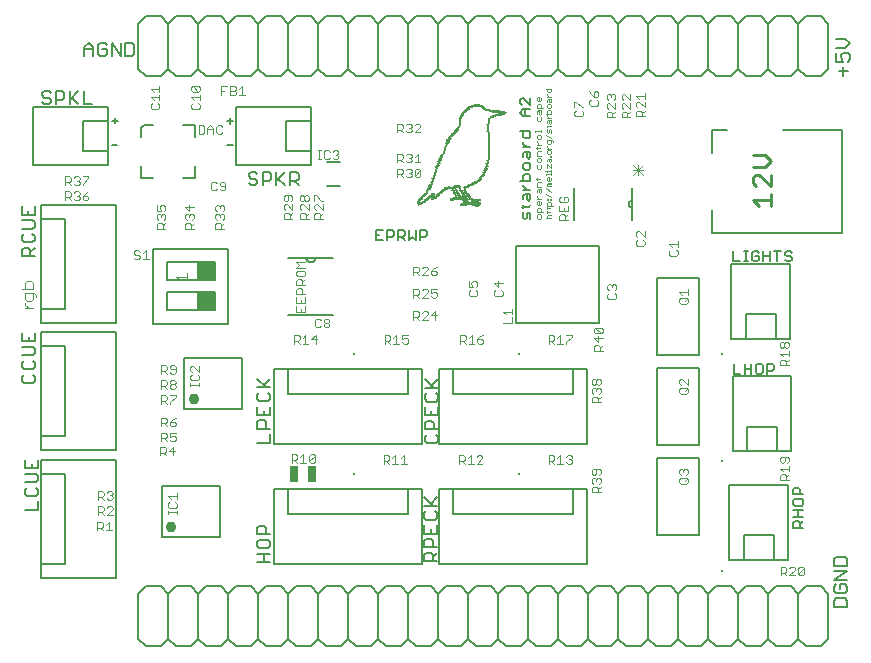
<source format=gto>
G75*
%MOIN*%
%OFA0B0*%
%FSLAX24Y24*%
%IPPOS*%
%LPD*%
%AMOC8*
5,1,8,0,0,1.08239X$1,22.5*
%
%ADD10C,0.0030*%
%ADD11R,0.0124X0.0025*%
%ADD12R,0.0100X0.0025*%
%ADD13R,0.0174X0.0025*%
%ADD14R,0.0024X0.0025*%
%ADD15R,0.0225X0.0025*%
%ADD16R,0.0299X0.0025*%
%ADD17R,0.0125X0.0025*%
%ADD18R,0.0700X0.0025*%
%ADD19R,0.0675X0.0025*%
%ADD20R,0.0250X0.0025*%
%ADD21R,0.0625X0.0025*%
%ADD22R,0.0099X0.0025*%
%ADD23R,0.0175X0.0025*%
%ADD24R,0.0126X0.0025*%
%ADD25R,0.0224X0.0025*%
%ADD26R,0.0149X0.0025*%
%ADD27R,0.0201X0.0025*%
%ADD28R,0.0249X0.0025*%
%ADD29R,0.0150X0.0025*%
%ADD30R,0.0226X0.0025*%
%ADD31R,0.0324X0.0025*%
%ADD32R,0.0301X0.0025*%
%ADD33R,0.0349X0.0025*%
%ADD34R,0.0600X0.0025*%
%ADD35R,0.0374X0.0025*%
%ADD36R,0.0101X0.0025*%
%ADD37R,0.0575X0.0025*%
%ADD38R,0.0325X0.0025*%
%ADD39R,0.0499X0.0025*%
%ADD40R,0.0075X0.0025*%
%ADD41R,0.0274X0.0025*%
%ADD42R,0.0176X0.0025*%
%ADD43R,0.0251X0.0025*%
%ADD44R,0.0199X0.0025*%
%ADD45R,0.0200X0.0025*%
%ADD46R,0.0151X0.0025*%
%ADD47R,0.0074X0.0025*%
%ADD48R,0.0076X0.0025*%
%ADD49R,0.0424X0.0025*%
%ADD50R,0.0475X0.0025*%
%ADD51R,0.0050X0.0025*%
%ADD52R,0.0474X0.0025*%
%ADD53R,0.0524X0.0025*%
%ADD54R,0.0500X0.0025*%
%ADD55C,0.0050*%
%ADD56C,0.0060*%
%ADD57C,0.0020*%
%ADD58C,0.0080*%
%ADD59C,0.0362*%
%ADD60C,0.0110*%
%ADD61R,0.0256X0.0551*%
%ADD62R,0.0098X0.0098*%
%ADD63R,0.0600X0.0600*%
D10*
X002848Y004613D02*
X002848Y004903D01*
X002993Y004903D01*
X003041Y004854D01*
X003041Y004758D01*
X002993Y004709D01*
X002848Y004709D01*
X002944Y004709D02*
X003041Y004613D01*
X003142Y004613D02*
X003336Y004613D01*
X003239Y004613D02*
X003239Y004903D01*
X003142Y004806D01*
X003160Y005133D02*
X003353Y005326D01*
X003353Y005374D01*
X003305Y005423D01*
X003208Y005423D01*
X003160Y005374D01*
X003058Y005374D02*
X003058Y005278D01*
X003010Y005229D01*
X002865Y005229D01*
X002865Y005133D02*
X002865Y005423D01*
X003010Y005423D01*
X003058Y005374D01*
X002962Y005229D02*
X003058Y005133D01*
X003160Y005133D02*
X003353Y005133D01*
X003305Y005633D02*
X003208Y005633D01*
X003160Y005681D01*
X003058Y005633D02*
X002962Y005729D01*
X003010Y005729D02*
X002865Y005729D01*
X002865Y005633D02*
X002865Y005923D01*
X003010Y005923D01*
X003058Y005874D01*
X003058Y005778D01*
X003010Y005729D01*
X003160Y005874D02*
X003208Y005923D01*
X003305Y005923D01*
X003353Y005874D01*
X003353Y005826D01*
X003305Y005778D01*
X003353Y005729D01*
X003353Y005681D01*
X003305Y005633D01*
X003305Y005778D02*
X003256Y005778D01*
X005193Y005751D02*
X005483Y005751D01*
X005483Y005655D02*
X005483Y005848D01*
X005290Y005655D02*
X005193Y005751D01*
X005242Y005553D02*
X005193Y005505D01*
X005193Y005408D01*
X005242Y005360D01*
X005435Y005360D01*
X005483Y005408D01*
X005483Y005505D01*
X005435Y005553D01*
X005483Y005260D02*
X005483Y005163D01*
X005483Y005212D02*
X005193Y005212D01*
X005193Y005260D02*
X005193Y005163D01*
X005133Y007110D02*
X005037Y007207D01*
X005085Y007207D02*
X004940Y007207D01*
X004940Y007110D02*
X004940Y007400D01*
X005085Y007400D01*
X005133Y007352D01*
X005133Y007255D01*
X005085Y007207D01*
X005235Y007255D02*
X005380Y007400D01*
X005380Y007110D01*
X005428Y007255D02*
X005235Y007255D01*
X005308Y007583D02*
X005260Y007631D01*
X005308Y007583D02*
X005405Y007583D01*
X005453Y007631D01*
X005453Y007728D01*
X005405Y007776D01*
X005356Y007776D01*
X005260Y007728D01*
X005260Y007873D01*
X005453Y007873D01*
X005405Y008083D02*
X005453Y008131D01*
X005453Y008179D01*
X005405Y008228D01*
X005260Y008228D01*
X005260Y008131D01*
X005308Y008083D01*
X005405Y008083D01*
X005260Y008228D02*
X005356Y008324D01*
X005453Y008373D01*
X005158Y008324D02*
X005158Y008228D01*
X005110Y008179D01*
X004965Y008179D01*
X004965Y008083D02*
X004965Y008373D01*
X005110Y008373D01*
X005158Y008324D01*
X005062Y008179D02*
X005158Y008083D01*
X005110Y007873D02*
X005158Y007824D01*
X005158Y007728D01*
X005110Y007679D01*
X004965Y007679D01*
X004965Y007583D02*
X004965Y007873D01*
X005110Y007873D01*
X005062Y007679D02*
X005158Y007583D01*
X005158Y008833D02*
X005062Y008929D01*
X005110Y008929D02*
X004965Y008929D01*
X004965Y008833D02*
X004965Y009123D01*
X005110Y009123D01*
X005158Y009074D01*
X005158Y008978D01*
X005110Y008929D01*
X005260Y008881D02*
X005260Y008833D01*
X005260Y008881D02*
X005453Y009074D01*
X005453Y009123D01*
X005260Y009123D01*
X005308Y009333D02*
X005260Y009381D01*
X005260Y009429D01*
X005308Y009478D01*
X005405Y009478D01*
X005453Y009429D01*
X005453Y009381D01*
X005405Y009333D01*
X005308Y009333D01*
X005308Y009478D02*
X005260Y009526D01*
X005260Y009574D01*
X005308Y009623D01*
X005405Y009623D01*
X005453Y009574D01*
X005453Y009526D01*
X005405Y009478D01*
X005158Y009478D02*
X005158Y009574D01*
X005110Y009623D01*
X004965Y009623D01*
X004965Y009333D01*
X004965Y009429D02*
X005110Y009429D01*
X005158Y009478D01*
X005062Y009429D02*
X005158Y009333D01*
X005158Y009833D02*
X005062Y009929D01*
X005110Y009929D02*
X004965Y009929D01*
X004965Y009833D02*
X004965Y010123D01*
X005110Y010123D01*
X005158Y010074D01*
X005158Y009978D01*
X005110Y009929D01*
X005260Y009881D02*
X005308Y009833D01*
X005405Y009833D01*
X005453Y009881D01*
X005453Y010074D01*
X005405Y010123D01*
X005308Y010123D01*
X005260Y010074D01*
X005260Y010026D01*
X005308Y009978D01*
X005453Y009978D01*
X005943Y009953D02*
X005992Y009905D01*
X005943Y009953D02*
X005943Y010050D01*
X005992Y010098D01*
X006040Y010098D01*
X006233Y009905D01*
X006233Y010098D01*
X006185Y009803D02*
X006233Y009755D01*
X006233Y009658D01*
X006185Y009610D01*
X005992Y009610D01*
X005943Y009658D01*
X005943Y009755D01*
X005992Y009803D01*
X005943Y009510D02*
X005943Y009413D01*
X005943Y009462D02*
X006233Y009462D01*
X006233Y009510D02*
X006233Y009413D01*
X009389Y010840D02*
X009389Y011130D01*
X009534Y011130D01*
X009582Y011082D01*
X009582Y010985D01*
X009534Y010937D01*
X009389Y010937D01*
X009485Y010937D02*
X009582Y010840D01*
X009683Y010840D02*
X009877Y010840D01*
X009780Y010840D02*
X009780Y011130D01*
X009683Y011033D01*
X009978Y010985D02*
X010171Y010985D01*
X010123Y010840D02*
X010123Y011130D01*
X009978Y010985D01*
X010137Y011380D02*
X010233Y011380D01*
X010282Y011428D01*
X010383Y011428D02*
X010383Y011477D01*
X010431Y011525D01*
X010528Y011525D01*
X010576Y011477D01*
X010576Y011428D01*
X010528Y011380D01*
X010431Y011380D01*
X010383Y011428D01*
X010431Y011525D02*
X010383Y011573D01*
X010383Y011622D01*
X010431Y011670D01*
X010528Y011670D01*
X010576Y011622D01*
X010576Y011573D01*
X010528Y011525D01*
X010282Y011622D02*
X010233Y011670D01*
X010137Y011670D01*
X010088Y011622D01*
X010088Y011428D01*
X010137Y011380D01*
X009770Y011903D02*
X009480Y011903D01*
X009480Y012096D01*
X009480Y012197D02*
X009770Y012197D01*
X009770Y012391D01*
X009770Y012492D02*
X009480Y012492D01*
X009480Y012637D01*
X009528Y012685D01*
X009625Y012685D01*
X009673Y012637D01*
X009673Y012492D01*
X009625Y012294D02*
X009625Y012197D01*
X009480Y012197D02*
X009480Y012391D01*
X009480Y012786D02*
X009480Y012932D01*
X009528Y012980D01*
X009625Y012980D01*
X009673Y012932D01*
X009673Y012786D01*
X009770Y012786D02*
X009480Y012786D01*
X009673Y012883D02*
X009770Y012980D01*
X009722Y013081D02*
X009528Y013081D01*
X009480Y013129D01*
X009480Y013226D01*
X009528Y013275D01*
X009722Y013275D01*
X009770Y013226D01*
X009770Y013129D01*
X009722Y013081D01*
X009770Y013376D02*
X009480Y013376D01*
X009577Y013473D01*
X009480Y013569D01*
X009770Y013569D01*
X009791Y015001D02*
X009791Y015146D01*
X009742Y015195D01*
X009646Y015195D01*
X009597Y015146D01*
X009597Y015001D01*
X009888Y015001D01*
X009791Y015098D02*
X009888Y015195D01*
X009888Y015296D02*
X009694Y015489D01*
X009646Y015489D01*
X009597Y015441D01*
X009597Y015344D01*
X009646Y015296D01*
X009888Y015296D02*
X009888Y015489D01*
X009839Y015590D02*
X009791Y015590D01*
X009742Y015639D01*
X009742Y015735D01*
X009791Y015784D01*
X009839Y015784D01*
X009888Y015735D01*
X009888Y015639D01*
X009839Y015590D01*
X009742Y015639D02*
X009694Y015590D01*
X009646Y015590D01*
X009597Y015639D01*
X009597Y015735D01*
X009646Y015784D01*
X009694Y015784D01*
X009742Y015735D01*
X010070Y015784D02*
X010070Y015590D01*
X010118Y015489D02*
X010070Y015441D01*
X010070Y015344D01*
X010118Y015296D01*
X010118Y015195D02*
X010215Y015195D01*
X010263Y015146D01*
X010263Y015001D01*
X010263Y015098D02*
X010360Y015195D01*
X010360Y015296D02*
X010167Y015489D01*
X010118Y015489D01*
X010312Y015590D02*
X010360Y015590D01*
X010312Y015590D02*
X010118Y015784D01*
X010070Y015784D01*
X010360Y015489D02*
X010360Y015296D01*
X010118Y015195D02*
X010070Y015146D01*
X010070Y015001D01*
X010360Y015001D01*
X009348Y015001D02*
X009057Y015001D01*
X009057Y015146D01*
X009106Y015195D01*
X009202Y015195D01*
X009251Y015146D01*
X009251Y015001D01*
X009251Y015098D02*
X009348Y015195D01*
X009348Y015296D02*
X009154Y015489D01*
X009106Y015489D01*
X009057Y015441D01*
X009057Y015344D01*
X009106Y015296D01*
X009348Y015296D02*
X009348Y015489D01*
X009299Y015590D02*
X009348Y015639D01*
X009348Y015735D01*
X009299Y015784D01*
X009106Y015784D01*
X009057Y015735D01*
X009057Y015639D01*
X009106Y015590D01*
X009154Y015590D01*
X009202Y015639D01*
X009202Y015784D01*
X010194Y016993D02*
X010291Y016993D01*
X010243Y016993D02*
X010243Y017283D01*
X010291Y017283D02*
X010194Y017283D01*
X010391Y017234D02*
X010391Y017041D01*
X010439Y016993D01*
X010536Y016993D01*
X010584Y017041D01*
X010685Y017041D02*
X010734Y016993D01*
X010830Y016993D01*
X010879Y017041D01*
X010879Y017089D01*
X010830Y017138D01*
X010782Y017138D01*
X010830Y017138D02*
X010879Y017186D01*
X010879Y017234D01*
X010830Y017283D01*
X010734Y017283D01*
X010685Y017234D01*
X010584Y017234D02*
X010536Y017283D01*
X010439Y017283D01*
X010391Y017234D01*
X012831Y017168D02*
X012831Y016878D01*
X012831Y016974D02*
X012976Y016974D01*
X013025Y017023D01*
X013025Y017119D01*
X012976Y017168D01*
X012831Y017168D01*
X012928Y016974D02*
X013025Y016878D01*
X013126Y016926D02*
X013174Y016878D01*
X013271Y016878D01*
X013319Y016926D01*
X013319Y016974D01*
X013271Y017023D01*
X013222Y017023D01*
X013271Y017023D02*
X013319Y017071D01*
X013319Y017119D01*
X013271Y017168D01*
X013174Y017168D01*
X013126Y017119D01*
X013420Y017071D02*
X013517Y017168D01*
X013517Y016878D01*
X013420Y016878D02*
X013614Y016878D01*
X013564Y016670D02*
X013468Y016670D01*
X013419Y016622D01*
X013419Y016428D01*
X013613Y016622D01*
X013613Y016428D01*
X013564Y016380D01*
X013468Y016380D01*
X013419Y016428D01*
X013318Y016428D02*
X013270Y016380D01*
X013173Y016380D01*
X013125Y016428D01*
X013023Y016380D02*
X012927Y016477D01*
X012975Y016477D02*
X012830Y016477D01*
X012830Y016380D02*
X012830Y016670D01*
X012975Y016670D01*
X013023Y016622D01*
X013023Y016525D01*
X012975Y016477D01*
X013125Y016622D02*
X013173Y016670D01*
X013270Y016670D01*
X013318Y016622D01*
X013318Y016573D01*
X013270Y016525D01*
X013318Y016477D01*
X013318Y016428D01*
X013270Y016525D02*
X013221Y016525D01*
X013564Y016670D02*
X013613Y016622D01*
X013614Y017878D02*
X013420Y017878D01*
X013614Y018071D01*
X013614Y018119D01*
X013565Y018168D01*
X013469Y018168D01*
X013420Y018119D01*
X013319Y018119D02*
X013319Y018071D01*
X013271Y018023D01*
X013319Y017974D01*
X013319Y017926D01*
X013271Y017878D01*
X013174Y017878D01*
X013126Y017926D01*
X013025Y017878D02*
X012928Y017974D01*
X012976Y017974D02*
X012831Y017974D01*
X012831Y017878D02*
X012831Y018168D01*
X012976Y018168D01*
X013025Y018119D01*
X013025Y018023D01*
X012976Y017974D01*
X013126Y018119D02*
X013174Y018168D01*
X013271Y018168D01*
X013319Y018119D01*
X013271Y018023D02*
X013222Y018023D01*
X017417Y017915D02*
X017628Y017915D01*
X017628Y017880D02*
X017628Y017950D01*
X017592Y017799D02*
X017522Y017799D01*
X017487Y017764D01*
X017487Y017694D01*
X017522Y017659D01*
X017592Y017659D01*
X017628Y017694D01*
X017628Y017764D01*
X017592Y017799D01*
X017417Y017880D02*
X017417Y017915D01*
X017487Y017580D02*
X017487Y017545D01*
X017557Y017475D01*
X017487Y017475D02*
X017628Y017475D01*
X017628Y017398D02*
X017592Y017363D01*
X017452Y017363D01*
X017487Y017328D02*
X017487Y017398D01*
X017522Y017247D02*
X017628Y017247D01*
X017522Y017247D02*
X017487Y017212D01*
X017487Y017107D01*
X017628Y017107D01*
X017592Y017026D02*
X017522Y017026D01*
X017487Y016991D01*
X017487Y016921D01*
X017522Y016886D01*
X017592Y016886D01*
X017628Y016921D01*
X017628Y016991D01*
X017592Y017026D01*
X017628Y016805D02*
X017628Y016700D01*
X017592Y016665D01*
X017522Y016665D01*
X017487Y016700D01*
X017487Y016805D01*
X017487Y016367D02*
X017487Y016297D01*
X017452Y016332D02*
X017592Y016332D01*
X017628Y016367D01*
X017628Y016216D02*
X017522Y016216D01*
X017487Y016181D01*
X017487Y016076D01*
X017628Y016076D01*
X017628Y015995D02*
X017628Y015890D01*
X017592Y015855D01*
X017557Y015890D01*
X017557Y015995D01*
X017522Y015995D02*
X017628Y015995D01*
X017522Y015995D02*
X017487Y015960D01*
X017487Y015890D01*
X017487Y015776D02*
X017487Y015741D01*
X017557Y015670D01*
X017487Y015670D02*
X017628Y015670D01*
X017557Y015590D02*
X017557Y015449D01*
X017522Y015449D02*
X017487Y015485D01*
X017487Y015555D01*
X017522Y015590D01*
X017557Y015590D01*
X017628Y015555D02*
X017628Y015485D01*
X017592Y015449D01*
X017522Y015449D01*
X017522Y015369D02*
X017592Y015369D01*
X017628Y015334D01*
X017628Y015228D01*
X017698Y015228D02*
X017487Y015228D01*
X017487Y015334D01*
X017522Y015369D01*
X017522Y015148D02*
X017487Y015113D01*
X017487Y015043D01*
X017522Y015008D01*
X017592Y015008D01*
X017628Y015043D01*
X017628Y015113D01*
X017592Y015148D01*
X017522Y015148D01*
X018245Y015100D02*
X018245Y014955D01*
X018535Y014955D01*
X018438Y014955D02*
X018438Y015100D01*
X018390Y015148D01*
X018293Y015148D01*
X018245Y015100D01*
X018245Y015250D02*
X018535Y015250D01*
X018535Y015443D01*
X018487Y015544D02*
X018293Y015544D01*
X018245Y015593D01*
X018245Y015689D01*
X018293Y015738D01*
X018390Y015738D02*
X018390Y015641D01*
X018390Y015738D02*
X018487Y015738D01*
X018535Y015689D01*
X018535Y015593D01*
X018487Y015544D01*
X018390Y015346D02*
X018390Y015250D01*
X018245Y015250D02*
X018245Y015443D01*
X018535Y015148D02*
X018438Y015052D01*
X020795Y014537D02*
X020795Y014441D01*
X020843Y014392D01*
X020843Y014291D02*
X020795Y014243D01*
X020795Y014146D01*
X020843Y014098D01*
X021037Y014098D01*
X021085Y014146D01*
X021085Y014243D01*
X021037Y014291D01*
X021085Y014392D02*
X020892Y014586D01*
X020843Y014586D01*
X020795Y014537D01*
X021085Y014586D02*
X021085Y014392D01*
X021895Y014156D02*
X022185Y014156D01*
X022185Y014060D02*
X022185Y014253D01*
X021992Y014060D02*
X021895Y014156D01*
X021943Y013958D02*
X021895Y013910D01*
X021895Y013813D01*
X021943Y013765D01*
X022137Y013765D01*
X022185Y013813D01*
X022185Y013910D01*
X022137Y013958D01*
X022525Y012664D02*
X022525Y012470D01*
X022525Y012567D02*
X022235Y012567D01*
X022332Y012470D01*
X022283Y012369D02*
X022477Y012369D01*
X022525Y012321D01*
X022525Y012224D01*
X022477Y012176D01*
X022283Y012176D01*
X022235Y012224D01*
X022235Y012321D01*
X022283Y012369D01*
X022428Y012272D02*
X022525Y012369D01*
X020135Y012376D02*
X020135Y012473D01*
X020087Y012521D01*
X020087Y012622D02*
X020135Y012671D01*
X020135Y012767D01*
X020087Y012816D01*
X020038Y012816D01*
X019990Y012767D01*
X019990Y012719D01*
X019990Y012767D02*
X019942Y012816D01*
X019893Y012816D01*
X019845Y012767D01*
X019845Y012671D01*
X019893Y012622D01*
X019893Y012521D02*
X019845Y012473D01*
X019845Y012376D01*
X019893Y012328D01*
X020087Y012328D01*
X020135Y012376D01*
X019637Y011373D02*
X019685Y011324D01*
X019685Y011228D01*
X019637Y011179D01*
X019443Y011373D01*
X019637Y011373D01*
X019637Y011179D02*
X019443Y011179D01*
X019395Y011228D01*
X019395Y011324D01*
X019443Y011373D01*
X019540Y011078D02*
X019540Y010885D01*
X019395Y011030D01*
X019685Y011030D01*
X019685Y010783D02*
X019588Y010687D01*
X019588Y010735D02*
X019588Y010590D01*
X019685Y010590D02*
X019395Y010590D01*
X019395Y010735D01*
X019443Y010783D01*
X019540Y010783D01*
X019588Y010735D01*
X018665Y011074D02*
X018472Y010881D01*
X018472Y010833D01*
X018371Y010833D02*
X018177Y010833D01*
X018274Y010833D02*
X018274Y011123D01*
X018177Y011026D01*
X018076Y011074D02*
X018076Y010978D01*
X018028Y010929D01*
X017883Y010929D01*
X017979Y010929D02*
X018076Y010833D01*
X017883Y010833D02*
X017883Y011123D01*
X018028Y011123D01*
X018076Y011074D01*
X018472Y011123D02*
X018665Y011123D01*
X018665Y011074D01*
X016658Y011517D02*
X016658Y011711D01*
X016658Y011812D02*
X016658Y012005D01*
X016658Y011908D02*
X016368Y011908D01*
X016465Y011812D01*
X016368Y011517D02*
X016658Y011517D01*
X015706Y011130D02*
X015610Y011082D01*
X015513Y010985D01*
X015658Y010985D01*
X015706Y010937D01*
X015706Y010888D01*
X015658Y010840D01*
X015561Y010840D01*
X015513Y010888D01*
X015513Y010985D01*
X015412Y010840D02*
X015218Y010840D01*
X015315Y010840D02*
X015315Y011130D01*
X015218Y011033D01*
X015117Y010985D02*
X015069Y010937D01*
X014924Y010937D01*
X015020Y010937D02*
X015117Y010840D01*
X015117Y010985D02*
X015117Y011082D01*
X015069Y011130D01*
X014924Y011130D01*
X014924Y010840D01*
X014112Y011633D02*
X014112Y011923D01*
X013967Y011778D01*
X014160Y011778D01*
X013866Y011826D02*
X013672Y011633D01*
X013866Y011633D01*
X013866Y011826D02*
X013866Y011874D01*
X013817Y011923D01*
X013721Y011923D01*
X013672Y011874D01*
X013571Y011874D02*
X013571Y011778D01*
X013523Y011729D01*
X013378Y011729D01*
X013474Y011729D02*
X013571Y011633D01*
X013378Y011633D02*
X013378Y011923D01*
X013523Y011923D01*
X013571Y011874D01*
X013571Y012375D02*
X013474Y012472D01*
X013523Y012472D02*
X013378Y012472D01*
X013378Y012375D02*
X013378Y012665D01*
X013523Y012665D01*
X013571Y012617D01*
X013571Y012520D01*
X013523Y012472D01*
X013672Y012375D02*
X013866Y012568D01*
X013866Y012617D01*
X013817Y012665D01*
X013721Y012665D01*
X013672Y012617D01*
X013967Y012665D02*
X013967Y012520D01*
X014064Y012568D01*
X014112Y012568D01*
X014160Y012520D01*
X014160Y012423D01*
X014112Y012375D01*
X014015Y012375D01*
X013967Y012423D01*
X013866Y012375D02*
X013672Y012375D01*
X013967Y012665D02*
X014160Y012665D01*
X014112Y013118D02*
X014160Y013166D01*
X014160Y013214D01*
X014112Y013263D01*
X013967Y013263D01*
X013967Y013166D01*
X014015Y013118D01*
X014112Y013118D01*
X013967Y013263D02*
X014064Y013359D01*
X014160Y013408D01*
X013866Y013359D02*
X013817Y013408D01*
X013721Y013408D01*
X013672Y013359D01*
X013571Y013359D02*
X013571Y013263D01*
X013523Y013214D01*
X013378Y013214D01*
X013474Y013214D02*
X013571Y013118D01*
X013672Y013118D02*
X013866Y013311D01*
X013866Y013359D01*
X013866Y013118D02*
X013672Y013118D01*
X013571Y013359D02*
X013523Y013408D01*
X013378Y013408D01*
X013378Y013118D01*
X015215Y012914D02*
X015215Y012720D01*
X015360Y012720D01*
X015312Y012817D01*
X015312Y012865D01*
X015360Y012914D01*
X015457Y012914D01*
X015505Y012865D01*
X015505Y012769D01*
X015457Y012720D01*
X015457Y012619D02*
X015505Y012571D01*
X015505Y012474D01*
X015457Y012426D01*
X015263Y012426D01*
X015215Y012474D01*
X015215Y012571D01*
X015263Y012619D01*
X016065Y012571D02*
X016065Y012474D01*
X016113Y012426D01*
X016307Y012426D01*
X016355Y012474D01*
X016355Y012571D01*
X016307Y012619D01*
X016210Y012720D02*
X016210Y012914D01*
X016355Y012865D02*
X016065Y012865D01*
X016210Y012720D01*
X016113Y012619D02*
X016065Y012571D01*
X013198Y011123D02*
X013004Y011123D01*
X013004Y010978D01*
X013101Y011026D01*
X013149Y011026D01*
X013198Y010978D01*
X013198Y010881D01*
X013149Y010833D01*
X013053Y010833D01*
X013004Y010881D01*
X012903Y010833D02*
X012710Y010833D01*
X012806Y010833D02*
X012806Y011123D01*
X012710Y011026D01*
X012608Y011074D02*
X012608Y010978D01*
X012560Y010929D01*
X012415Y010929D01*
X012415Y010833D02*
X012415Y011123D01*
X012560Y011123D01*
X012608Y011074D01*
X012512Y010929D02*
X012608Y010833D01*
X009770Y011903D02*
X009770Y012096D01*
X009625Y011999D02*
X009625Y011903D01*
X005835Y012947D02*
X005835Y013194D01*
X005835Y013070D02*
X005465Y013070D01*
X005588Y012947D01*
X004551Y013658D02*
X004357Y013658D01*
X004454Y013658D02*
X004454Y013948D01*
X004357Y013851D01*
X004256Y013899D02*
X004208Y013948D01*
X004111Y013948D01*
X004063Y013899D01*
X004063Y013851D01*
X004111Y013803D01*
X004208Y013803D01*
X004256Y013754D01*
X004256Y013706D01*
X004208Y013658D01*
X004111Y013658D01*
X004063Y013706D01*
X004822Y014670D02*
X004822Y014815D01*
X004871Y014863D01*
X004967Y014863D01*
X005016Y014815D01*
X005016Y014670D01*
X005113Y014670D02*
X004822Y014670D01*
X005016Y014767D02*
X005113Y014863D01*
X005064Y014965D02*
X005113Y015013D01*
X005113Y015110D01*
X005064Y015158D01*
X005016Y015158D01*
X004967Y015110D01*
X004967Y015061D01*
X004967Y015110D02*
X004919Y015158D01*
X004871Y015158D01*
X004822Y015110D01*
X004822Y015013D01*
X004871Y014965D01*
X004822Y015259D02*
X004967Y015259D01*
X004919Y015356D01*
X004919Y015404D01*
X004967Y015453D01*
X005064Y015453D01*
X005113Y015404D01*
X005113Y015308D01*
X005064Y015259D01*
X004822Y015259D02*
X004822Y015453D01*
X005767Y015404D02*
X005912Y015259D01*
X005912Y015453D01*
X005767Y015404D02*
X006058Y015404D01*
X006009Y015158D02*
X006058Y015110D01*
X006058Y015013D01*
X006009Y014965D01*
X006058Y014863D02*
X005961Y014767D01*
X005961Y014815D02*
X005961Y014670D01*
X006058Y014670D02*
X005767Y014670D01*
X005767Y014815D01*
X005816Y014863D01*
X005912Y014863D01*
X005961Y014815D01*
X005816Y014965D02*
X005767Y015013D01*
X005767Y015110D01*
X005816Y015158D01*
X005864Y015158D01*
X005912Y015110D01*
X005961Y015158D01*
X006009Y015158D01*
X005912Y015110D02*
X005912Y015061D01*
X006780Y015013D02*
X006780Y015110D01*
X006828Y015158D01*
X006877Y015158D01*
X006925Y015110D01*
X006973Y015158D01*
X007022Y015158D01*
X007070Y015110D01*
X007070Y015013D01*
X007022Y014965D01*
X007070Y014863D02*
X006973Y014767D01*
X006973Y014815D02*
X006973Y014670D01*
X007070Y014670D02*
X006780Y014670D01*
X006780Y014815D01*
X006828Y014863D01*
X006925Y014863D01*
X006973Y014815D01*
X006828Y014965D02*
X006780Y015013D01*
X006925Y015061D02*
X006925Y015110D01*
X007022Y015259D02*
X007070Y015308D01*
X007070Y015404D01*
X007022Y015453D01*
X006973Y015453D01*
X006925Y015404D01*
X006925Y015356D01*
X006925Y015404D02*
X006877Y015453D01*
X006828Y015453D01*
X006780Y015404D01*
X006780Y015308D01*
X006828Y015259D01*
X006771Y015945D02*
X006819Y015993D01*
X006771Y015945D02*
X006674Y015945D01*
X006626Y015993D01*
X006626Y016187D01*
X006674Y016235D01*
X006771Y016235D01*
X006819Y016187D01*
X006920Y016187D02*
X006920Y016138D01*
X006969Y016090D01*
X007114Y016090D01*
X007114Y015993D02*
X007114Y016187D01*
X007065Y016235D01*
X006969Y016235D01*
X006920Y016187D01*
X006920Y015993D02*
X006969Y015945D01*
X007065Y015945D01*
X007114Y015993D01*
X006949Y017833D02*
X006853Y017833D01*
X006804Y017881D01*
X006804Y018074D01*
X006853Y018123D01*
X006949Y018123D01*
X006998Y018074D01*
X006998Y017881D02*
X006949Y017833D01*
X006703Y017833D02*
X006703Y018026D01*
X006606Y018123D01*
X006510Y018026D01*
X006510Y017833D01*
X006408Y017881D02*
X006408Y018074D01*
X006360Y018123D01*
X006215Y018123D01*
X006215Y017833D01*
X006360Y017833D01*
X006408Y017881D01*
X006510Y017978D02*
X006703Y017978D01*
X006212Y018653D02*
X006260Y018701D01*
X006260Y018798D01*
X006212Y018846D01*
X006260Y018947D02*
X006260Y019141D01*
X006260Y019044D02*
X005970Y019044D01*
X006067Y018947D01*
X006018Y018846D02*
X005970Y018798D01*
X005970Y018701D01*
X006018Y018653D01*
X006212Y018653D01*
X006212Y019242D02*
X006018Y019435D01*
X006212Y019435D01*
X006260Y019387D01*
X006260Y019290D01*
X006212Y019242D01*
X006018Y019242D01*
X005970Y019290D01*
X005970Y019387D01*
X006018Y019435D01*
X006981Y019410D02*
X006981Y019120D01*
X006981Y019265D02*
X007078Y019265D01*
X006981Y019410D02*
X007175Y019410D01*
X007276Y019410D02*
X007421Y019410D01*
X007469Y019362D01*
X007469Y019313D01*
X007421Y019265D01*
X007276Y019265D01*
X007421Y019265D02*
X007469Y019217D01*
X007469Y019168D01*
X007421Y019120D01*
X007276Y019120D01*
X007276Y019410D01*
X007570Y019313D02*
X007667Y019410D01*
X007667Y019120D01*
X007570Y019120D02*
X007764Y019120D01*
X004910Y019141D02*
X004910Y018947D01*
X004910Y019044D02*
X004620Y019044D01*
X004717Y018947D01*
X004668Y018846D02*
X004620Y018798D01*
X004620Y018701D01*
X004668Y018653D01*
X004862Y018653D01*
X004910Y018701D01*
X004910Y018798D01*
X004862Y018846D01*
X004910Y019242D02*
X004910Y019435D01*
X004910Y019339D02*
X004620Y019339D01*
X004717Y019242D01*
X002546Y016418D02*
X002353Y016418D01*
X002252Y016369D02*
X002203Y016418D01*
X002107Y016418D01*
X002058Y016369D01*
X001957Y016369D02*
X001957Y016273D01*
X001909Y016224D01*
X001764Y016224D01*
X001860Y016224D02*
X001957Y016128D01*
X002058Y016176D02*
X002107Y016128D01*
X002203Y016128D01*
X002252Y016176D01*
X002252Y016224D01*
X002203Y016273D01*
X002155Y016273D01*
X002203Y016273D02*
X002252Y016321D01*
X002252Y016369D01*
X002353Y016176D02*
X002353Y016128D01*
X002353Y016176D02*
X002546Y016369D01*
X002546Y016418D01*
X001957Y016369D02*
X001909Y016418D01*
X001764Y016418D01*
X001764Y016128D01*
X001764Y015918D02*
X001909Y015918D01*
X001957Y015869D01*
X001957Y015773D01*
X001909Y015724D01*
X001764Y015724D01*
X001860Y015724D02*
X001957Y015628D01*
X002058Y015676D02*
X002107Y015628D01*
X002203Y015628D01*
X002252Y015676D01*
X002252Y015724D01*
X002203Y015773D01*
X002155Y015773D01*
X002203Y015773D02*
X002252Y015821D01*
X002252Y015869D01*
X002203Y015918D01*
X002107Y015918D01*
X002058Y015869D01*
X001764Y015918D02*
X001764Y015628D01*
X002353Y015676D02*
X002353Y015773D01*
X002498Y015773D01*
X002546Y015724D01*
X002546Y015676D01*
X002498Y015628D01*
X002401Y015628D01*
X002353Y015676D01*
X002353Y015773D02*
X002450Y015869D01*
X002546Y015918D01*
X000623Y012912D02*
X000500Y012912D01*
X000438Y012850D01*
X000438Y012665D01*
X000315Y012665D02*
X000685Y012665D01*
X000685Y012850D01*
X000623Y012912D01*
X000685Y012512D02*
X000685Y012327D01*
X000623Y012265D01*
X000500Y012265D01*
X000438Y012327D01*
X000438Y012512D01*
X000747Y012512D01*
X000808Y012450D01*
X000808Y012388D01*
X000685Y012015D02*
X000438Y012015D01*
X000438Y012138D02*
X000438Y012200D01*
X000438Y012138D02*
X000562Y012015D01*
X009315Y007155D02*
X009315Y006865D01*
X009315Y006962D02*
X009460Y006962D01*
X009508Y007010D01*
X009508Y007107D01*
X009460Y007155D01*
X009315Y007155D01*
X009412Y006962D02*
X009508Y006865D01*
X009610Y006865D02*
X009803Y006865D01*
X009706Y006865D02*
X009706Y007155D01*
X009610Y007058D01*
X009904Y007107D02*
X009953Y007155D01*
X010049Y007155D01*
X010098Y007107D01*
X009904Y006913D01*
X009953Y006865D01*
X010049Y006865D01*
X010098Y006913D01*
X010098Y007107D01*
X009904Y007107D02*
X009904Y006913D01*
X012383Y006929D02*
X012528Y006929D01*
X012576Y006978D01*
X012576Y007074D01*
X012528Y007123D01*
X012383Y007123D01*
X012383Y006833D01*
X012479Y006929D02*
X012576Y006833D01*
X012677Y006833D02*
X012871Y006833D01*
X012774Y006833D02*
X012774Y007123D01*
X012677Y007026D01*
X012972Y007026D02*
X013069Y007123D01*
X013069Y006833D01*
X013165Y006833D02*
X012972Y006833D01*
X014899Y006830D02*
X014899Y007120D01*
X015044Y007120D01*
X015092Y007072D01*
X015092Y006975D01*
X015044Y006927D01*
X014899Y006927D01*
X014995Y006927D02*
X015092Y006830D01*
X015193Y006830D02*
X015387Y006830D01*
X015290Y006830D02*
X015290Y007120D01*
X015193Y007023D01*
X015488Y007072D02*
X015536Y007120D01*
X015633Y007120D01*
X015681Y007072D01*
X015681Y007023D01*
X015488Y006830D01*
X015681Y006830D01*
X017883Y006833D02*
X017883Y007123D01*
X018028Y007123D01*
X018076Y007074D01*
X018076Y006978D01*
X018028Y006929D01*
X017883Y006929D01*
X017979Y006929D02*
X018076Y006833D01*
X018177Y006833D02*
X018371Y006833D01*
X018274Y006833D02*
X018274Y007123D01*
X018177Y007026D01*
X018472Y007074D02*
X018520Y007123D01*
X018617Y007123D01*
X018665Y007074D01*
X018665Y007026D01*
X018617Y006978D01*
X018665Y006929D01*
X018665Y006881D01*
X018617Y006833D01*
X018520Y006833D01*
X018472Y006881D01*
X018569Y006978D02*
X018617Y006978D01*
X019327Y006614D02*
X019327Y006518D01*
X019376Y006469D01*
X019424Y006469D01*
X019472Y006518D01*
X019472Y006663D01*
X019376Y006663D02*
X019569Y006663D01*
X019618Y006614D01*
X019618Y006518D01*
X019569Y006469D01*
X019569Y006368D02*
X019618Y006320D01*
X019618Y006223D01*
X019569Y006175D01*
X019618Y006073D02*
X019521Y005977D01*
X019521Y006025D02*
X019521Y005880D01*
X019618Y005880D02*
X019327Y005880D01*
X019327Y006025D01*
X019376Y006073D01*
X019472Y006073D01*
X019521Y006025D01*
X019376Y006175D02*
X019327Y006223D01*
X019327Y006320D01*
X019376Y006368D01*
X019424Y006368D01*
X019472Y006320D01*
X019521Y006368D01*
X019569Y006368D01*
X019472Y006320D02*
X019472Y006271D01*
X019327Y006614D02*
X019376Y006663D01*
X022235Y006615D02*
X022283Y006664D01*
X022332Y006664D01*
X022380Y006615D01*
X022428Y006664D01*
X022477Y006664D01*
X022525Y006615D01*
X022525Y006519D01*
X022477Y006470D01*
X022477Y006369D02*
X022525Y006321D01*
X022525Y006224D01*
X022477Y006176D01*
X022283Y006176D01*
X022235Y006224D01*
X022235Y006321D01*
X022283Y006369D01*
X022477Y006369D01*
X022525Y006369D02*
X022428Y006272D01*
X022283Y006470D02*
X022235Y006519D01*
X022235Y006615D01*
X022380Y006615D02*
X022380Y006567D01*
X025605Y006675D02*
X025895Y006675D01*
X025895Y006578D02*
X025895Y006772D01*
X025847Y006873D02*
X025895Y006921D01*
X025895Y007018D01*
X025847Y007066D01*
X025653Y007066D01*
X025605Y007018D01*
X025605Y006921D01*
X025653Y006873D01*
X025702Y006873D01*
X025750Y006921D01*
X025750Y007066D01*
X025605Y006675D02*
X025702Y006578D01*
X025750Y006477D02*
X025798Y006429D01*
X025798Y006284D01*
X025798Y006380D02*
X025895Y006477D01*
X025750Y006477D02*
X025653Y006477D01*
X025605Y006429D01*
X025605Y006284D01*
X025895Y006284D01*
X025962Y003400D02*
X025913Y003352D01*
X025962Y003400D02*
X026058Y003400D01*
X026107Y003352D01*
X026107Y003303D01*
X025913Y003110D01*
X026107Y003110D01*
X026208Y003158D02*
X026401Y003352D01*
X026401Y003158D01*
X026353Y003110D01*
X026256Y003110D01*
X026208Y003158D01*
X026208Y003352D01*
X026256Y003400D01*
X026353Y003400D01*
X026401Y003352D01*
X025812Y003352D02*
X025812Y003255D01*
X025764Y003207D01*
X025619Y003207D01*
X025715Y003207D02*
X025812Y003110D01*
X025619Y003110D02*
X025619Y003400D01*
X025764Y003400D01*
X025812Y003352D01*
X019618Y008880D02*
X019327Y008880D01*
X019327Y009025D01*
X019376Y009073D01*
X019472Y009073D01*
X019521Y009025D01*
X019521Y008880D01*
X019521Y008977D02*
X019618Y009073D01*
X019569Y009175D02*
X019618Y009223D01*
X019618Y009320D01*
X019569Y009368D01*
X019521Y009368D01*
X019472Y009320D01*
X019472Y009271D01*
X019472Y009320D02*
X019424Y009368D01*
X019376Y009368D01*
X019327Y009320D01*
X019327Y009223D01*
X019376Y009175D01*
X019376Y009469D02*
X019424Y009469D01*
X019472Y009518D01*
X019472Y009614D01*
X019521Y009663D01*
X019569Y009663D01*
X019618Y009614D01*
X019618Y009518D01*
X019569Y009469D01*
X019521Y009469D01*
X019472Y009518D01*
X019472Y009614D02*
X019424Y009663D01*
X019376Y009663D01*
X019327Y009614D01*
X019327Y009518D01*
X019376Y009469D01*
X022235Y009519D02*
X022283Y009470D01*
X022235Y009519D02*
X022235Y009615D01*
X022283Y009664D01*
X022332Y009664D01*
X022525Y009470D01*
X022525Y009664D01*
X022525Y009369D02*
X022428Y009272D01*
X022477Y009176D02*
X022525Y009224D01*
X022525Y009321D01*
X022477Y009369D01*
X022283Y009369D01*
X022235Y009321D01*
X022235Y009224D01*
X022283Y009176D01*
X022477Y009176D01*
X025595Y010115D02*
X025595Y010260D01*
X025643Y010308D01*
X025740Y010308D01*
X025788Y010260D01*
X025788Y010115D01*
X025788Y010212D02*
X025885Y010308D01*
X025885Y010410D02*
X025885Y010603D01*
X025885Y010506D02*
X025595Y010506D01*
X025692Y010410D01*
X025692Y010704D02*
X025643Y010704D01*
X025595Y010753D01*
X025595Y010849D01*
X025643Y010898D01*
X025692Y010898D01*
X025740Y010849D01*
X025740Y010753D01*
X025692Y010704D01*
X025740Y010753D02*
X025788Y010704D01*
X025837Y010704D01*
X025885Y010753D01*
X025885Y010849D01*
X025837Y010898D01*
X025788Y010898D01*
X025740Y010849D01*
X025885Y010115D02*
X025595Y010115D01*
X021027Y016471D02*
X020713Y016785D01*
X020713Y016628D02*
X021027Y016628D01*
X021027Y016785D02*
X020713Y016471D01*
X020870Y016471D02*
X020870Y016785D01*
X020605Y018381D02*
X020315Y018381D01*
X020315Y018526D01*
X020363Y018575D01*
X020460Y018575D01*
X020508Y018526D01*
X020508Y018381D01*
X020508Y018478D02*
X020605Y018575D01*
X020605Y018676D02*
X020412Y018869D01*
X020363Y018869D01*
X020315Y018821D01*
X020315Y018724D01*
X020363Y018676D01*
X020605Y018676D02*
X020605Y018869D01*
X020605Y018970D02*
X020412Y019164D01*
X020363Y019164D01*
X020315Y019115D01*
X020315Y019019D01*
X020363Y018970D01*
X020605Y018970D02*
X020605Y019164D01*
X020795Y019101D02*
X021085Y019101D01*
X021085Y019004D02*
X021085Y019198D01*
X020892Y019004D02*
X020795Y019101D01*
X020843Y018903D02*
X020795Y018855D01*
X020795Y018758D01*
X020843Y018710D01*
X020843Y018608D02*
X020940Y018608D01*
X020988Y018560D01*
X020988Y018415D01*
X020988Y018512D02*
X021085Y018608D01*
X021085Y018710D02*
X020892Y018903D01*
X020843Y018903D01*
X021085Y018903D02*
X021085Y018710D01*
X020843Y018608D02*
X020795Y018560D01*
X020795Y018415D01*
X021085Y018415D01*
X020105Y018381D02*
X019815Y018381D01*
X019815Y018526D01*
X019863Y018575D01*
X019960Y018575D01*
X020008Y018526D01*
X020008Y018381D01*
X020008Y018478D02*
X020105Y018575D01*
X020105Y018676D02*
X019912Y018869D01*
X019863Y018869D01*
X019815Y018821D01*
X019815Y018724D01*
X019863Y018676D01*
X020105Y018676D02*
X020105Y018869D01*
X020057Y018970D02*
X020105Y019019D01*
X020105Y019115D01*
X020057Y019164D01*
X020008Y019164D01*
X019960Y019115D01*
X019960Y019067D01*
X019960Y019115D02*
X019912Y019164D01*
X019863Y019164D01*
X019815Y019115D01*
X019815Y019019D01*
X019863Y018970D01*
X019535Y018910D02*
X019487Y018958D01*
X019535Y018910D02*
X019535Y018813D01*
X019487Y018765D01*
X019293Y018765D01*
X019245Y018813D01*
X019245Y018910D01*
X019293Y018958D01*
X019390Y019060D02*
X019390Y019205D01*
X019438Y019253D01*
X019487Y019253D01*
X019535Y019205D01*
X019535Y019108D01*
X019487Y019060D01*
X019390Y019060D01*
X019293Y019156D01*
X019245Y019253D01*
X018793Y018903D02*
X018987Y018710D01*
X019035Y018710D01*
X018987Y018608D02*
X019035Y018560D01*
X019035Y018463D01*
X018987Y018415D01*
X018793Y018415D01*
X018745Y018463D01*
X018745Y018560D01*
X018793Y018608D01*
X018745Y018710D02*
X018745Y018903D01*
X018793Y018903D01*
X017698Y018691D02*
X017487Y018691D01*
X017487Y018796D01*
X017522Y018831D01*
X017592Y018831D01*
X017628Y018796D01*
X017628Y018691D01*
X017628Y018610D02*
X017628Y018505D01*
X017592Y018470D01*
X017557Y018505D01*
X017557Y018610D01*
X017522Y018610D02*
X017628Y018610D01*
X017522Y018610D02*
X017487Y018575D01*
X017487Y018505D01*
X017487Y018389D02*
X017487Y018284D01*
X017522Y018249D01*
X017592Y018249D01*
X017628Y018284D01*
X017628Y018389D01*
X017592Y018912D02*
X017522Y018912D01*
X017487Y018947D01*
X017487Y019017D01*
X017522Y019052D01*
X017557Y019052D01*
X017557Y018912D01*
X017592Y018912D02*
X017628Y018947D01*
X017628Y019017D01*
D11*
X014785Y017893D03*
X014760Y017868D03*
X014735Y017843D03*
X014710Y017818D03*
X015585Y016293D03*
X015560Y016268D03*
X014935Y015743D03*
X015510Y015393D03*
X014160Y015743D03*
X013810Y015618D03*
X013785Y015593D03*
X013760Y015793D03*
X013785Y015818D03*
D12*
X013723Y015743D03*
X013698Y015718D03*
X013673Y015693D03*
X013598Y015593D03*
X013573Y015568D03*
X014048Y015643D03*
X013872Y015943D03*
X013998Y016193D03*
X014023Y016243D03*
X014048Y016318D03*
X014172Y016693D03*
X014172Y016718D03*
X014298Y016993D03*
X014298Y017018D03*
X014323Y017043D03*
X014323Y017068D03*
X014348Y017093D03*
X014373Y017143D03*
X014598Y017693D03*
X014623Y017718D03*
X014872Y017993D03*
X014897Y018018D03*
X014897Y018043D03*
X014972Y018343D03*
X014972Y018368D03*
X014997Y018393D03*
X014997Y018418D03*
X015022Y018443D03*
X015047Y018468D03*
X015047Y018493D03*
X015072Y018518D03*
X015097Y018543D03*
X015928Y018343D03*
X015873Y018143D03*
X015873Y018118D03*
X015873Y017893D03*
X015873Y016943D03*
X015873Y016918D03*
X015848Y016818D03*
X015722Y016468D03*
X015697Y016443D03*
X015647Y016368D03*
X015622Y016343D03*
X015097Y015943D03*
X015122Y015893D03*
X015047Y015818D03*
X015072Y015793D03*
X015097Y015743D03*
X015248Y015718D03*
X015273Y015693D03*
X014997Y015893D03*
X014972Y015943D03*
X014897Y015793D03*
X014997Y015418D03*
D13*
X015485Y015418D03*
X014435Y015968D03*
X014060Y015668D03*
X015485Y016218D03*
X016393Y018518D03*
D14*
X013560Y015443D03*
D15*
X013610Y015493D03*
X015060Y015443D03*
X016103Y018418D03*
X015310Y018718D03*
D16*
X016185Y018443D03*
X015473Y015443D03*
D17*
X015285Y015668D03*
X014360Y015918D03*
X014035Y015818D03*
X013735Y015768D03*
X013610Y015618D03*
X013585Y015468D03*
X015660Y016393D03*
X015685Y016418D03*
X014635Y017743D03*
X014660Y017768D03*
X014685Y017793D03*
X014810Y017918D03*
X015110Y018568D03*
X015710Y018693D03*
D18*
X015297Y015468D03*
D19*
X015310Y015493D03*
D20*
X013623Y015518D03*
D21*
X015335Y015518D03*
D22*
X014798Y015743D03*
X014773Y015793D03*
X014723Y015893D03*
X014798Y015968D03*
X014923Y016018D03*
X014948Y015993D03*
X014948Y015968D03*
X015598Y016318D03*
X014148Y016618D03*
X014148Y016643D03*
X014123Y016568D03*
X014123Y016543D03*
X014098Y016493D03*
X014098Y016468D03*
X014073Y016418D03*
X014073Y016393D03*
X013848Y015918D03*
X013848Y015893D03*
X013823Y015868D03*
X013798Y015843D03*
X013548Y015543D03*
X014398Y017193D03*
X014398Y017218D03*
X014423Y017268D03*
X014448Y017343D03*
X014448Y017368D03*
X014473Y017418D03*
X014473Y017443D03*
X014923Y018093D03*
X014948Y018293D03*
D23*
X015435Y016193D03*
X015385Y016168D03*
X015335Y016143D03*
X013710Y015543D03*
D24*
X013635Y015643D03*
X014185Y015768D03*
X014210Y015793D03*
X014235Y015818D03*
X014260Y015843D03*
X013885Y015968D03*
X015185Y015543D03*
X014585Y017668D03*
X014835Y017943D03*
X015135Y018593D03*
X015160Y018618D03*
X015185Y018643D03*
X015210Y018668D03*
D25*
X015510Y018793D03*
X014835Y016093D03*
X014860Y015768D03*
X014710Y015618D03*
X015460Y015543D03*
D26*
X015523Y016243D03*
X014398Y015943D03*
X013848Y015643D03*
X013748Y015568D03*
D27*
X015148Y015568D03*
X015148Y016043D03*
X015173Y016068D03*
D28*
X014823Y016068D03*
X015448Y015568D03*
X016335Y018493D03*
D29*
X015990Y018368D03*
X015672Y018718D03*
X014323Y015893D03*
X014023Y015793D03*
X013873Y015668D03*
X014673Y015593D03*
D30*
X015110Y015593D03*
D31*
X015460Y015593D03*
X016273Y018468D03*
D32*
X015073Y015618D03*
D33*
X015448Y015618D03*
D34*
X014898Y015643D03*
D35*
X014610Y016018D03*
X015435Y015643D03*
X015485Y018768D03*
D36*
X014848Y017968D03*
X014573Y017643D03*
X014548Y017618D03*
X014548Y017593D03*
X014523Y017568D03*
X014523Y017543D03*
X014498Y017493D03*
X014273Y016968D03*
X014273Y016943D03*
X014248Y016893D03*
X014223Y016843D03*
X014198Y016768D03*
X013973Y016143D03*
X013973Y016118D03*
X013948Y016093D03*
X013948Y016068D03*
X013923Y016043D03*
X013923Y016018D03*
X013898Y015993D03*
X013648Y015668D03*
X014848Y015868D03*
X015148Y015843D03*
X015173Y015818D03*
X015198Y015793D03*
X015223Y015743D03*
X015748Y016518D03*
X015773Y016593D03*
X015798Y016643D03*
X015798Y016668D03*
X015823Y016718D03*
D37*
X014910Y015668D03*
D38*
X014035Y015718D03*
X014010Y015693D03*
D39*
X014923Y015693D03*
D40*
X014810Y015718D03*
X015035Y015843D03*
X015085Y015968D03*
X015085Y015993D03*
X014685Y015968D03*
X014035Y015843D03*
X013985Y016168D03*
X014010Y016218D03*
X014035Y016268D03*
X014035Y016293D03*
X014060Y016343D03*
X014060Y016368D03*
X014160Y016668D03*
X014185Y016743D03*
X014360Y017118D03*
X014385Y017168D03*
X014485Y017468D03*
X014960Y018318D03*
X015885Y018268D03*
X015885Y018243D03*
X015885Y018218D03*
X015885Y018193D03*
X015885Y018168D03*
X015860Y018093D03*
X015860Y018068D03*
X015860Y018043D03*
X015860Y018018D03*
X015860Y017993D03*
X015860Y017968D03*
X015860Y017943D03*
X015860Y017918D03*
X015885Y017868D03*
X015885Y017843D03*
X015885Y017818D03*
X015885Y017793D03*
X015885Y017768D03*
X015885Y017743D03*
X015885Y017718D03*
X015885Y017693D03*
X015885Y017668D03*
X015885Y017643D03*
X015885Y017618D03*
X015885Y017593D03*
X015885Y017568D03*
X015885Y017543D03*
X015885Y017518D03*
X015885Y017493D03*
X015885Y017468D03*
X015885Y017443D03*
X015885Y017418D03*
X015885Y017393D03*
X015885Y017368D03*
X015885Y017343D03*
X015885Y017318D03*
X015885Y017293D03*
X015885Y017268D03*
X015885Y017243D03*
X015885Y017218D03*
X015885Y017193D03*
X015885Y017168D03*
X015885Y017143D03*
X015885Y017118D03*
X015885Y017093D03*
X015885Y017068D03*
X015885Y017043D03*
X015885Y017018D03*
X015885Y016993D03*
X015885Y016968D03*
X015860Y016893D03*
X015860Y016868D03*
X015860Y016843D03*
X015835Y016793D03*
X015835Y016768D03*
X015835Y016743D03*
X015735Y016493D03*
X015895Y018293D03*
X015905Y018318D03*
D41*
X015035Y015718D03*
D42*
X015260Y016093D03*
X014010Y015768D03*
X013985Y015743D03*
X015260Y018693D03*
X015835Y018618D03*
D43*
X015148Y015768D03*
D44*
X014823Y015818D03*
X014748Y015943D03*
D45*
X014773Y015918D03*
X014798Y015843D03*
X015047Y015918D03*
X015072Y015868D03*
X015298Y016118D03*
X016040Y018393D03*
D46*
X015773Y018643D03*
X015748Y018668D03*
X015123Y016018D03*
X014298Y015868D03*
D47*
X014735Y015868D03*
X014085Y016443D03*
X014110Y016518D03*
X014135Y016593D03*
X014410Y017243D03*
X014435Y017293D03*
X014435Y017318D03*
X014460Y017393D03*
X014910Y018068D03*
X014935Y018118D03*
X014935Y018143D03*
X014935Y018168D03*
X014935Y018193D03*
X014935Y018218D03*
X014935Y018243D03*
X014935Y018268D03*
D48*
X014510Y017518D03*
X014260Y016918D03*
X014235Y016868D03*
X014210Y016818D03*
X014210Y016793D03*
X014835Y015893D03*
X015760Y016543D03*
X015760Y016568D03*
X015785Y016618D03*
X015810Y016693D03*
D49*
X014610Y015993D03*
D50*
X014710Y016043D03*
D51*
X014573Y016068D03*
D52*
X016233Y018543D03*
X015485Y018743D03*
D53*
X016153Y018568D03*
D54*
X016022Y018593D03*
D55*
X010917Y016894D02*
X010483Y016894D01*
X009950Y016780D02*
X007450Y016780D01*
X007450Y018720D01*
X009950Y018720D01*
X009950Y018250D01*
X009121Y018250D01*
X009121Y017250D01*
X009950Y017250D01*
X009950Y016780D01*
X009950Y017250D02*
X009950Y018250D01*
X007358Y018258D02*
X007178Y018258D01*
X007268Y018348D02*
X007268Y018168D01*
X006086Y018136D02*
X006086Y017742D01*
X006086Y018136D02*
X005692Y018136D01*
X004708Y018136D02*
X004413Y018136D01*
X004314Y018037D01*
X004314Y017742D01*
X003510Y017448D02*
X003330Y017448D01*
X003200Y017250D02*
X002371Y017250D01*
X002371Y018250D01*
X003200Y018250D01*
X003200Y017250D01*
X003200Y016780D01*
X000700Y016780D01*
X000700Y018720D01*
X003200Y018720D01*
X003200Y018250D01*
X003340Y018275D02*
X003520Y018275D01*
X003430Y018365D02*
X003430Y018185D01*
X004314Y016758D02*
X004314Y016364D01*
X004708Y016364D01*
X005692Y016364D02*
X006086Y016364D01*
X006086Y016758D01*
X007178Y017448D02*
X007358Y017448D01*
X010483Y016106D02*
X010917Y016106D01*
X016783Y014089D02*
X016783Y011530D01*
X019578Y011530D01*
X019578Y014089D01*
X016783Y014089D01*
X018700Y010000D02*
X014700Y010000D01*
X014700Y009171D01*
X018700Y009171D01*
X018700Y010000D01*
X019170Y010000D01*
X019170Y007500D01*
X014230Y007500D01*
X014230Y010000D01*
X014700Y010000D01*
X013670Y010000D02*
X013670Y007500D01*
X008730Y007500D01*
X008730Y010000D01*
X009200Y010000D01*
X009200Y009171D01*
X013200Y009171D01*
X013200Y010000D01*
X013670Y010000D01*
X013200Y010000D02*
X009200Y010000D01*
X003450Y011220D02*
X003450Y007280D01*
X000950Y007280D01*
X000950Y007750D01*
X001779Y007750D01*
X001779Y010750D01*
X000950Y010750D01*
X000950Y011220D01*
X003450Y011220D01*
X003450Y011530D02*
X003450Y015470D01*
X000950Y015470D01*
X000950Y015000D01*
X001779Y015000D01*
X001779Y012000D01*
X000950Y012000D01*
X000950Y015000D01*
X000950Y012000D02*
X000950Y011530D01*
X003450Y011530D01*
X000950Y010750D02*
X000950Y007750D01*
X000950Y006970D02*
X003450Y006970D01*
X003450Y003030D01*
X000950Y003030D01*
X000950Y003500D01*
X001779Y003500D01*
X001779Y006500D01*
X000950Y006500D01*
X000950Y006970D01*
X000950Y006500D02*
X000950Y003500D01*
X008730Y003500D02*
X013670Y003500D01*
X013670Y006000D01*
X013200Y006000D01*
X013200Y005171D01*
X009200Y005171D01*
X009200Y006000D01*
X013200Y006000D01*
X014230Y006000D02*
X014700Y006000D01*
X014700Y005171D01*
X018700Y005171D01*
X018700Y006000D01*
X019170Y006000D01*
X019170Y003500D01*
X014230Y003500D01*
X014230Y006000D01*
X014700Y006000D02*
X018700Y006000D01*
X023912Y006115D02*
X023912Y003615D01*
X024383Y003615D01*
X024383Y004444D01*
X025383Y004444D01*
X025383Y003615D01*
X024383Y003615D01*
X025383Y003615D02*
X025853Y003615D01*
X025853Y006115D01*
X023912Y006115D01*
X024030Y007244D02*
X024030Y009744D01*
X025970Y009744D01*
X025970Y007244D01*
X025500Y007244D01*
X025500Y008073D01*
X024500Y008073D01*
X024500Y007244D01*
X024030Y007244D01*
X024500Y007244D02*
X025500Y007244D01*
X027462Y003732D02*
X027387Y003657D01*
X027387Y003432D01*
X027838Y003432D01*
X027838Y003657D01*
X027763Y003732D01*
X027462Y003732D01*
X027387Y003272D02*
X027838Y003272D01*
X027387Y002971D01*
X027838Y002971D01*
X027763Y002811D02*
X027612Y002811D01*
X027612Y002661D01*
X027462Y002511D02*
X027387Y002586D01*
X027387Y002736D01*
X027462Y002811D01*
X027462Y002511D02*
X027763Y002511D01*
X027838Y002586D01*
X027838Y002736D01*
X027763Y002811D01*
X027763Y002351D02*
X027462Y002351D01*
X027387Y002276D01*
X027387Y002051D01*
X027838Y002051D01*
X027838Y002276D01*
X027763Y002351D01*
X025920Y011000D02*
X025450Y011000D01*
X025450Y011829D01*
X024450Y011829D01*
X024450Y011000D01*
X023980Y011000D01*
X023980Y013500D01*
X025920Y013500D01*
X025920Y011000D01*
X025450Y011000D02*
X024450Y011000D01*
X027700Y019775D02*
X027700Y020075D01*
X027700Y020235D02*
X027625Y020386D01*
X027625Y020461D01*
X027700Y020536D01*
X027850Y020536D01*
X027925Y020461D01*
X027925Y020310D01*
X027850Y020235D01*
X027700Y020235D02*
X027475Y020235D01*
X027475Y020536D01*
X027475Y020696D02*
X027775Y020696D01*
X027925Y020846D01*
X027775Y020996D01*
X027475Y020996D01*
X027550Y019925D02*
X027850Y019925D01*
X009200Y006000D02*
X008730Y006000D01*
X008730Y003500D01*
X004006Y020426D02*
X003781Y020426D01*
X003781Y020876D01*
X004006Y020876D01*
X004081Y020801D01*
X004081Y020501D01*
X004006Y020426D01*
X003620Y020426D02*
X003620Y020876D01*
X003320Y020876D02*
X003620Y020426D01*
X003320Y020426D02*
X003320Y020876D01*
X003160Y020801D02*
X003085Y020876D01*
X002935Y020876D01*
X002860Y020801D01*
X002860Y020501D01*
X002935Y020426D01*
X003085Y020426D01*
X003160Y020501D01*
X003160Y020651D01*
X003010Y020651D01*
X002700Y020651D02*
X002399Y020651D01*
X002399Y020726D02*
X002549Y020876D01*
X002700Y020726D01*
X002700Y020426D01*
X002399Y020426D02*
X002399Y020726D01*
D56*
X004200Y001000D02*
X004450Y000750D01*
X004950Y000750D01*
X005200Y001000D01*
X005200Y002500D01*
X004950Y002750D01*
X004450Y002750D01*
X004200Y002500D01*
X004200Y001000D01*
X005200Y001000D02*
X005450Y000750D01*
X005950Y000750D01*
X006200Y001000D01*
X006200Y002500D01*
X005950Y002750D01*
X005450Y002750D01*
X005200Y002500D01*
X006200Y002500D02*
X006450Y002750D01*
X006950Y002750D01*
X007200Y002500D01*
X007200Y001000D01*
X006950Y000750D01*
X006450Y000750D01*
X006200Y001000D01*
X007200Y001000D02*
X007450Y000750D01*
X007950Y000750D01*
X008200Y001000D01*
X008200Y002500D01*
X007950Y002750D01*
X007450Y002750D01*
X007200Y002500D01*
X008200Y002500D02*
X008450Y002750D01*
X008950Y002750D01*
X009200Y002500D01*
X009200Y001000D01*
X008950Y000750D01*
X008450Y000750D01*
X008200Y001000D01*
X009200Y001000D02*
X009450Y000750D01*
X009950Y000750D01*
X010200Y001000D01*
X010200Y002500D01*
X009950Y002750D01*
X009450Y002750D01*
X009200Y002500D01*
X010200Y002500D02*
X010450Y002750D01*
X010950Y002750D01*
X011200Y002500D01*
X011200Y001000D01*
X010950Y000750D01*
X010450Y000750D01*
X010200Y001000D01*
X011200Y001000D02*
X011450Y000750D01*
X011950Y000750D01*
X012200Y001000D01*
X012200Y002500D01*
X012450Y002750D01*
X012950Y002750D01*
X013200Y002500D01*
X013200Y001000D01*
X012950Y000750D01*
X012450Y000750D01*
X012200Y001000D01*
X013200Y001000D02*
X013450Y000750D01*
X013950Y000750D01*
X014200Y001000D01*
X014200Y002500D01*
X014450Y002750D01*
X014950Y002750D01*
X015200Y002500D01*
X015200Y001000D01*
X014950Y000750D01*
X014450Y000750D01*
X014200Y001000D01*
X015200Y001000D02*
X015450Y000750D01*
X015950Y000750D01*
X016200Y001000D01*
X016200Y002500D01*
X016450Y002750D01*
X016950Y002750D01*
X017200Y002500D01*
X017200Y001000D01*
X016950Y000750D01*
X016450Y000750D01*
X016200Y001000D01*
X017200Y001000D02*
X017450Y000750D01*
X017950Y000750D01*
X018200Y001000D01*
X018200Y002500D01*
X018450Y002750D01*
X018950Y002750D01*
X019200Y002500D01*
X019200Y001000D01*
X018950Y000750D01*
X018450Y000750D01*
X018200Y001000D01*
X019200Y001000D02*
X019450Y000750D01*
X019950Y000750D01*
X020200Y001000D01*
X020200Y002500D01*
X020450Y002750D01*
X020950Y002750D01*
X021200Y002500D01*
X021200Y001000D01*
X020950Y000750D01*
X020450Y000750D01*
X020200Y001000D01*
X021200Y001000D02*
X021450Y000750D01*
X021950Y000750D01*
X022200Y001000D01*
X022200Y002500D01*
X021950Y002750D01*
X021450Y002750D01*
X021200Y002500D01*
X022200Y002500D02*
X022450Y002750D01*
X022950Y002750D01*
X023200Y002500D01*
X023200Y001000D01*
X022950Y000750D01*
X022450Y000750D01*
X022200Y001000D01*
X023200Y001000D02*
X023450Y000750D01*
X023950Y000750D01*
X024200Y001000D01*
X024200Y002500D01*
X023950Y002750D01*
X023450Y002750D01*
X023200Y002500D01*
X024200Y002500D02*
X024450Y002750D01*
X024950Y002750D01*
X025200Y002500D01*
X025200Y001000D01*
X024950Y000750D01*
X024450Y000750D01*
X024200Y001000D01*
X025200Y001000D02*
X025450Y000750D01*
X025950Y000750D01*
X026200Y001000D01*
X026200Y002500D01*
X025950Y002750D01*
X025450Y002750D01*
X025200Y002500D01*
X026200Y002500D02*
X026450Y002750D01*
X026950Y002750D01*
X027200Y002500D01*
X027200Y001000D01*
X026950Y000750D01*
X026450Y000750D01*
X026200Y001000D01*
X026264Y004705D02*
X026264Y004875D01*
X026207Y004932D01*
X026094Y004932D01*
X026037Y004875D01*
X026037Y004705D01*
X026378Y004705D01*
X026264Y004818D02*
X026378Y004932D01*
X026378Y005073D02*
X026037Y005073D01*
X026207Y005073D02*
X026207Y005300D01*
X026037Y005300D02*
X026378Y005300D01*
X026321Y005442D02*
X026378Y005498D01*
X026378Y005612D01*
X026321Y005668D01*
X026094Y005668D01*
X026037Y005612D01*
X026037Y005498D01*
X026094Y005442D01*
X026321Y005442D01*
X026378Y005810D02*
X026037Y005810D01*
X026037Y005980D01*
X026094Y006037D01*
X026207Y006037D01*
X026264Y005980D01*
X026264Y005810D01*
X020200Y002500D02*
X019950Y002750D01*
X019450Y002750D01*
X019200Y002500D01*
X018200Y002500D02*
X017950Y002750D01*
X017450Y002750D01*
X017200Y002500D01*
X016200Y002500D02*
X015950Y002750D01*
X015450Y002750D01*
X015200Y002500D01*
X014200Y002500D02*
X013950Y002750D01*
X013450Y002750D01*
X013200Y002500D01*
X012200Y002500D02*
X011950Y002750D01*
X011450Y002750D01*
X011200Y002500D01*
X024053Y009827D02*
X024280Y009827D01*
X024422Y009827D02*
X024422Y010168D01*
X024422Y009998D02*
X024648Y009998D01*
X024648Y010168D02*
X024648Y009827D01*
X024790Y009884D02*
X024847Y009827D01*
X024960Y009827D01*
X025017Y009884D01*
X025017Y010111D01*
X024960Y010168D01*
X024847Y010168D01*
X024790Y010111D01*
X024790Y009884D01*
X025158Y009827D02*
X025158Y010168D01*
X025328Y010168D01*
X025385Y010111D01*
X025385Y009998D01*
X025328Y009941D01*
X025158Y009941D01*
X024053Y009827D02*
X024053Y010168D01*
X024045Y013580D02*
X024272Y013580D01*
X024413Y013580D02*
X024527Y013580D01*
X024470Y013580D02*
X024470Y013920D01*
X024413Y013920D02*
X024527Y013920D01*
X024659Y013864D02*
X024659Y013637D01*
X024716Y013580D01*
X024829Y013580D01*
X024886Y013637D01*
X024886Y013750D01*
X024772Y013750D01*
X024659Y013864D02*
X024716Y013920D01*
X024829Y013920D01*
X024886Y013864D01*
X025027Y013920D02*
X025027Y013580D01*
X025027Y013750D02*
X025254Y013750D01*
X025254Y013920D02*
X025254Y013580D01*
X025509Y013580D02*
X025509Y013920D01*
X025622Y013920D02*
X025395Y013920D01*
X025764Y013864D02*
X025764Y013807D01*
X025821Y013750D01*
X025934Y013750D01*
X025991Y013693D01*
X025991Y013637D01*
X025934Y013580D01*
X025821Y013580D01*
X025764Y013637D01*
X025764Y013864D02*
X025821Y013920D01*
X025934Y013920D01*
X025991Y013864D01*
X024045Y013920D02*
X024045Y013580D01*
X020680Y014960D02*
X020680Y015380D01*
X020680Y015620D01*
X020680Y016040D01*
X020680Y015620D02*
X020659Y015618D01*
X020639Y015613D01*
X020620Y015604D01*
X020603Y015592D01*
X020588Y015577D01*
X020576Y015560D01*
X020567Y015541D01*
X020562Y015521D01*
X020560Y015500D01*
X020562Y015479D01*
X020567Y015459D01*
X020576Y015440D01*
X020588Y015423D01*
X020603Y015408D01*
X020620Y015396D01*
X020639Y015387D01*
X020659Y015382D01*
X020680Y015380D01*
X018720Y014960D02*
X018720Y016040D01*
X017273Y015965D02*
X017046Y015965D01*
X017159Y015965D02*
X017046Y016079D01*
X017046Y016136D01*
X017046Y016272D02*
X017046Y016443D01*
X017102Y016499D01*
X017216Y016499D01*
X017273Y016443D01*
X017273Y016272D01*
X016932Y016272D01*
X017102Y016641D02*
X017216Y016641D01*
X017273Y016697D01*
X017273Y016811D01*
X017216Y016868D01*
X017102Y016868D01*
X017046Y016811D01*
X017046Y016697D01*
X017102Y016641D01*
X017216Y017009D02*
X017159Y017066D01*
X017159Y017236D01*
X017102Y017236D02*
X017273Y017236D01*
X017273Y017066D01*
X017216Y017009D01*
X017046Y017066D02*
X017046Y017179D01*
X017102Y017236D01*
X017046Y017377D02*
X017273Y017377D01*
X017159Y017377D02*
X017046Y017491D01*
X017046Y017547D01*
X017102Y017684D02*
X017046Y017741D01*
X017046Y017911D01*
X016932Y017911D02*
X017273Y017911D01*
X017273Y017741D01*
X017216Y017684D01*
X017102Y017684D01*
X017102Y018421D02*
X017102Y018648D01*
X017046Y018648D02*
X017273Y018648D01*
X017273Y018789D02*
X017046Y019016D01*
X016989Y019016D01*
X016932Y018959D01*
X016932Y018846D01*
X016989Y018789D01*
X017046Y018648D02*
X016932Y018534D01*
X017046Y018421D01*
X017273Y018421D01*
X017273Y018789D02*
X017273Y019016D01*
X017450Y019750D02*
X017200Y020000D01*
X017200Y021500D01*
X017450Y021750D01*
X017950Y021750D01*
X018200Y021500D01*
X018200Y020000D01*
X017950Y019750D01*
X017450Y019750D01*
X017200Y020000D02*
X016950Y019750D01*
X016450Y019750D01*
X016200Y020000D01*
X016200Y021500D01*
X016450Y021750D01*
X016950Y021750D01*
X017200Y021500D01*
X016200Y021500D02*
X015950Y021750D01*
X015450Y021750D01*
X015200Y021500D01*
X015200Y020000D01*
X014950Y019750D01*
X014450Y019750D01*
X014200Y020000D01*
X014200Y021500D01*
X014450Y021750D01*
X014950Y021750D01*
X015200Y021500D01*
X014200Y021500D02*
X013950Y021750D01*
X013450Y021750D01*
X013200Y021500D01*
X013200Y020000D01*
X012950Y019750D01*
X012450Y019750D01*
X012200Y020000D01*
X012200Y021500D01*
X012450Y021750D01*
X012950Y021750D01*
X013200Y021500D01*
X012200Y021500D02*
X011950Y021750D01*
X011450Y021750D01*
X011200Y021500D01*
X010950Y021750D01*
X010450Y021750D01*
X010200Y021500D01*
X009950Y021750D01*
X009450Y021750D01*
X009200Y021500D01*
X008950Y021750D01*
X008450Y021750D01*
X008200Y021500D01*
X007950Y021750D01*
X007450Y021750D01*
X007200Y021500D01*
X006950Y021750D01*
X006450Y021750D01*
X006200Y021500D01*
X005950Y021750D01*
X005450Y021750D01*
X005200Y021500D01*
X004950Y021750D01*
X004450Y021750D01*
X004200Y021500D01*
X004200Y020000D01*
X004450Y019750D01*
X004950Y019750D01*
X005200Y020000D01*
X005200Y021500D01*
X006200Y021500D02*
X006200Y020000D01*
X005950Y019750D01*
X005450Y019750D01*
X005200Y020000D01*
X006200Y020000D02*
X006450Y019750D01*
X006950Y019750D01*
X007200Y020000D01*
X007200Y021500D01*
X008200Y021500D02*
X008200Y020000D01*
X007950Y019750D01*
X007450Y019750D01*
X007200Y020000D01*
X008200Y020000D02*
X008450Y019750D01*
X008950Y019750D01*
X009200Y020000D01*
X009200Y021500D01*
X010200Y021500D02*
X010200Y020000D01*
X009950Y019750D01*
X009450Y019750D01*
X009200Y020000D01*
X010200Y020000D02*
X010450Y019750D01*
X010950Y019750D01*
X011200Y020000D01*
X011200Y021500D01*
X011200Y020000D02*
X011450Y019750D01*
X011950Y019750D01*
X012200Y020000D01*
X013200Y020000D02*
X013450Y019750D01*
X013950Y019750D01*
X014200Y020000D01*
X015200Y020000D02*
X015450Y019750D01*
X015950Y019750D01*
X016200Y020000D01*
X018200Y020000D02*
X018450Y019750D01*
X018950Y019750D01*
X019200Y020000D01*
X019200Y021500D01*
X019450Y021750D01*
X019950Y021750D01*
X020200Y021500D01*
X020200Y020000D01*
X019950Y019750D01*
X019450Y019750D01*
X019200Y020000D01*
X020200Y020000D02*
X020450Y019750D01*
X020950Y019750D01*
X021200Y020000D01*
X021200Y021500D01*
X020950Y021750D01*
X020450Y021750D01*
X020200Y021500D01*
X019200Y021500D02*
X018950Y021750D01*
X018450Y021750D01*
X018200Y021500D01*
X021200Y021500D02*
X021450Y021750D01*
X021950Y021750D01*
X022200Y021500D01*
X022200Y020000D01*
X021950Y019750D01*
X021450Y019750D01*
X021200Y020000D01*
X022200Y020000D02*
X022450Y019750D01*
X022950Y019750D01*
X023200Y020000D01*
X023200Y021500D01*
X022950Y021750D01*
X022450Y021750D01*
X022200Y021500D01*
X023200Y021500D02*
X023450Y021750D01*
X023950Y021750D01*
X024200Y021500D01*
X024200Y020000D01*
X023950Y019750D01*
X023450Y019750D01*
X023200Y020000D01*
X024200Y020000D02*
X024450Y019750D01*
X024950Y019750D01*
X025200Y020000D01*
X025200Y021500D01*
X024950Y021750D01*
X024450Y021750D01*
X024200Y021500D01*
X025200Y021500D02*
X025450Y021750D01*
X025950Y021750D01*
X026200Y021500D01*
X026200Y020000D01*
X025950Y019750D01*
X025450Y019750D01*
X025200Y020000D01*
X026200Y020000D02*
X026450Y019750D01*
X026950Y019750D01*
X027200Y020000D01*
X027200Y021500D01*
X026950Y021750D01*
X026450Y021750D01*
X026200Y021500D01*
X017273Y015824D02*
X017273Y015654D01*
X017216Y015597D01*
X017159Y015654D01*
X017159Y015824D01*
X017102Y015824D02*
X017273Y015824D01*
X017102Y015824D02*
X017046Y015767D01*
X017046Y015654D01*
X017046Y015465D02*
X017046Y015352D01*
X016989Y015408D02*
X017216Y015408D01*
X017273Y015465D01*
X017216Y015210D02*
X017159Y015153D01*
X017159Y015040D01*
X017102Y014983D01*
X017046Y015040D01*
X017046Y015210D01*
X017216Y015210D02*
X017273Y015153D01*
X017273Y014983D01*
X013830Y014564D02*
X013830Y014450D01*
X013773Y014393D01*
X013603Y014393D01*
X013603Y014280D02*
X013603Y014620D01*
X013773Y014620D01*
X013830Y014564D01*
X013462Y014620D02*
X013462Y014280D01*
X013348Y014393D01*
X013235Y014280D01*
X013235Y014620D01*
X013093Y014564D02*
X013093Y014450D01*
X013037Y014393D01*
X012867Y014393D01*
X012867Y014280D02*
X012867Y014620D01*
X013037Y014620D01*
X013093Y014564D01*
X012980Y014393D02*
X013093Y014280D01*
X012725Y014450D02*
X012668Y014393D01*
X012498Y014393D01*
X012498Y014280D02*
X012498Y014620D01*
X012668Y014620D01*
X012725Y014564D01*
X012725Y014450D01*
X012357Y014280D02*
X012130Y014280D01*
X012130Y014620D01*
X012357Y014620D01*
X012243Y014450D02*
X012130Y014450D01*
X010698Y013695D02*
X009202Y013695D01*
X009800Y013700D02*
X009802Y013677D01*
X009807Y013654D01*
X009816Y013632D01*
X009829Y013612D01*
X009844Y013594D01*
X009862Y013579D01*
X009882Y013566D01*
X009904Y013557D01*
X009927Y013552D01*
X009950Y013550D01*
X009973Y013552D01*
X009996Y013557D01*
X010018Y013566D01*
X010038Y013579D01*
X010056Y013594D01*
X010071Y013612D01*
X010084Y013632D01*
X010093Y013654D01*
X010098Y013677D01*
X010100Y013700D01*
X010698Y011805D02*
X009202Y011805D01*
X007210Y011500D02*
X007210Y014000D01*
X004690Y014000D01*
X004690Y011500D01*
X007210Y011500D01*
X006750Y011950D02*
X005150Y011950D01*
X005150Y012550D01*
X006750Y012550D01*
X006750Y011950D01*
X006750Y012950D02*
X005150Y012950D01*
X005150Y013550D01*
X006750Y013550D01*
X006750Y012950D01*
D57*
X017787Y015010D02*
X017968Y015010D01*
X017877Y015010D02*
X017847Y015040D01*
X017847Y015100D01*
X017877Y015130D01*
X017968Y015130D01*
X017937Y015224D02*
X017968Y015254D01*
X017937Y015224D02*
X017817Y015224D01*
X017847Y015194D02*
X017847Y015254D01*
X017847Y015317D02*
X017847Y015377D01*
X017817Y015347D02*
X017937Y015347D01*
X017968Y015377D01*
X017968Y015440D02*
X017968Y015530D01*
X017937Y015560D01*
X017877Y015560D01*
X017847Y015530D01*
X017847Y015440D01*
X018028Y015440D01*
X017968Y015624D02*
X017937Y015624D01*
X017937Y015654D01*
X017968Y015654D01*
X017968Y015624D01*
X017877Y015624D02*
X017847Y015624D01*
X017847Y015654D01*
X017877Y015654D01*
X017877Y015624D01*
X017968Y015716D02*
X017787Y015836D01*
X017787Y016020D02*
X017968Y015900D01*
X017968Y016084D02*
X017847Y016084D01*
X017847Y016114D01*
X017877Y016144D01*
X017847Y016174D01*
X017877Y016204D01*
X017968Y016204D01*
X017968Y016144D02*
X017877Y016144D01*
X017877Y016268D02*
X017847Y016298D01*
X017847Y016358D01*
X017877Y016389D01*
X017907Y016389D01*
X017907Y016268D01*
X017937Y016268D02*
X017877Y016268D01*
X017937Y016268D02*
X017968Y016298D01*
X017968Y016358D01*
X017968Y016453D02*
X017968Y016513D01*
X017968Y016483D02*
X017787Y016483D01*
X017787Y016453D01*
X017847Y016575D02*
X017847Y016605D01*
X017968Y016605D01*
X017968Y016575D02*
X017968Y016635D01*
X017968Y016698D02*
X017968Y016818D01*
X017937Y016882D02*
X017907Y016912D01*
X017907Y017002D01*
X017877Y017002D02*
X017968Y017002D01*
X017968Y016912D01*
X017937Y016882D01*
X017847Y016912D02*
X017847Y016972D01*
X017877Y017002D01*
X017937Y017066D02*
X017937Y017096D01*
X017968Y017096D01*
X017968Y017066D01*
X017937Y017066D01*
X017937Y017158D02*
X017968Y017189D01*
X017968Y017249D01*
X017937Y017279D01*
X017877Y017279D01*
X017847Y017249D01*
X017847Y017189D01*
X017877Y017158D01*
X017937Y017158D01*
X017907Y017343D02*
X017847Y017403D01*
X017847Y017433D01*
X017877Y017496D02*
X017937Y017496D01*
X017968Y017526D01*
X017968Y017616D01*
X017998Y017616D02*
X017847Y017616D01*
X017847Y017526D01*
X017877Y017496D01*
X017847Y017343D02*
X017968Y017343D01*
X018028Y017556D02*
X018028Y017586D01*
X017998Y017616D01*
X017968Y017680D02*
X017787Y017800D01*
X017877Y017864D02*
X017847Y017894D01*
X017847Y017985D01*
X017847Y018049D02*
X017847Y018109D01*
X017817Y018079D02*
X017937Y018079D01*
X017968Y018109D01*
X017937Y018171D02*
X017907Y018201D01*
X017907Y018291D01*
X017877Y018291D02*
X017968Y018291D01*
X017968Y018201D01*
X017937Y018171D01*
X017847Y018201D02*
X017847Y018261D01*
X017877Y018291D01*
X017847Y018356D02*
X017968Y018356D01*
X017907Y018356D02*
X017847Y018416D01*
X017847Y018446D01*
X017847Y018509D02*
X017847Y018599D01*
X017877Y018629D01*
X017937Y018629D01*
X017968Y018599D01*
X017968Y018509D01*
X017787Y018509D01*
X017877Y018693D02*
X017937Y018693D01*
X017968Y018723D01*
X017968Y018783D01*
X017937Y018813D01*
X017877Y018813D01*
X017847Y018783D01*
X017847Y018723D01*
X017877Y018693D01*
X017937Y018877D02*
X017907Y018907D01*
X017907Y018997D01*
X017877Y018997D02*
X017968Y018997D01*
X017968Y018907D01*
X017937Y018877D01*
X017847Y018907D02*
X017847Y018967D01*
X017877Y018997D01*
X017847Y019061D02*
X017968Y019061D01*
X017907Y019061D02*
X017847Y019122D01*
X017847Y019152D01*
X017877Y019215D02*
X017847Y019245D01*
X017847Y019335D01*
X017787Y019335D02*
X017968Y019335D01*
X017968Y019245D01*
X017937Y019215D01*
X017877Y019215D01*
X017937Y017985D02*
X017907Y017955D01*
X017907Y017894D01*
X017877Y017864D01*
X017968Y017864D02*
X017968Y017955D01*
X017937Y017985D01*
X017847Y016818D02*
X017968Y016698D01*
X017847Y016698D02*
X017847Y016818D01*
X017787Y016605D02*
X017757Y016605D01*
D58*
X023336Y017195D02*
X023336Y017962D01*
X023832Y017962D01*
X025682Y017962D02*
X027669Y017962D01*
X027669Y014538D01*
X023336Y014538D01*
X023336Y015305D01*
X022900Y013040D02*
X021500Y013040D01*
X021500Y010460D01*
X022900Y010460D01*
X022900Y013040D01*
X022900Y010040D02*
X021500Y010040D01*
X021500Y007460D01*
X022900Y007460D01*
X022900Y010040D01*
X022900Y007040D02*
X021500Y007040D01*
X021500Y004460D01*
X022900Y004460D01*
X022900Y007040D01*
X014190Y007598D02*
X014190Y007738D01*
X014120Y007808D01*
X014190Y007988D02*
X013770Y007988D01*
X013770Y008199D01*
X013840Y008269D01*
X013980Y008269D01*
X014050Y008199D01*
X014050Y007988D01*
X013840Y007808D02*
X013770Y007738D01*
X013770Y007598D01*
X013840Y007528D01*
X014120Y007528D01*
X014190Y007598D01*
X014190Y008449D02*
X013770Y008449D01*
X013770Y008729D01*
X013840Y008909D02*
X014120Y008909D01*
X014190Y008979D01*
X014190Y009119D01*
X014120Y009189D01*
X014190Y009370D02*
X013770Y009370D01*
X013840Y009189D02*
X013770Y009119D01*
X013770Y008979D01*
X013840Y008909D01*
X014190Y008729D02*
X014190Y008449D01*
X013980Y008449D02*
X013980Y008589D01*
X014050Y009370D02*
X013770Y009650D01*
X013980Y009440D02*
X014190Y009650D01*
X008593Y009662D02*
X008382Y009452D01*
X008452Y009382D02*
X008172Y009662D01*
X008172Y009382D02*
X008593Y009382D01*
X008522Y009201D02*
X008593Y009131D01*
X008593Y008991D01*
X008522Y008921D01*
X008242Y008921D01*
X008172Y008991D01*
X008172Y009131D01*
X008242Y009201D01*
X008172Y008741D02*
X008172Y008461D01*
X008593Y008461D01*
X008593Y008741D01*
X008382Y008601D02*
X008382Y008461D01*
X008382Y008281D02*
X008242Y008281D01*
X008172Y008211D01*
X008172Y008000D01*
X008593Y008000D01*
X008452Y008000D02*
X008452Y008211D01*
X008382Y008281D01*
X008593Y007820D02*
X008593Y007540D01*
X008172Y007540D01*
X007665Y008654D02*
X005735Y008654D01*
X005735Y010346D01*
X007665Y010346D01*
X007665Y008654D01*
X006915Y006096D02*
X004985Y006096D01*
X004985Y004404D01*
X006915Y004404D01*
X006915Y006096D01*
X008242Y004760D02*
X008382Y004760D01*
X008452Y004690D01*
X008452Y004480D01*
X008593Y004480D02*
X008172Y004480D01*
X008172Y004690D01*
X008242Y004760D01*
X008242Y004299D02*
X008172Y004229D01*
X008172Y004089D01*
X008242Y004019D01*
X008522Y004019D01*
X008593Y004089D01*
X008593Y004229D01*
X008522Y004299D01*
X008242Y004299D01*
X008172Y003839D02*
X008593Y003839D01*
X008382Y003839D02*
X008382Y003559D01*
X008172Y003559D02*
X008593Y003559D01*
X013740Y003588D02*
X013740Y003798D01*
X013810Y003868D01*
X013950Y003868D01*
X014020Y003798D01*
X014020Y003588D01*
X014160Y003588D02*
X013740Y003588D01*
X014020Y003728D02*
X014160Y003868D01*
X014160Y004048D02*
X013740Y004048D01*
X013740Y004259D01*
X013810Y004329D01*
X013950Y004329D01*
X014020Y004259D01*
X014020Y004048D01*
X013950Y004509D02*
X013950Y004649D01*
X014160Y004509D02*
X014160Y004789D01*
X014090Y004969D02*
X013810Y004969D01*
X013740Y005039D01*
X013740Y005179D01*
X013810Y005249D01*
X013740Y005430D02*
X014160Y005430D01*
X014020Y005430D02*
X013740Y005710D01*
X013950Y005500D02*
X014160Y005710D01*
X014090Y005249D02*
X014160Y005179D01*
X014160Y005039D01*
X014090Y004969D01*
X013740Y004789D02*
X013740Y004509D01*
X014160Y004509D01*
X000860Y005298D02*
X000860Y005579D01*
X000790Y005759D02*
X000510Y005759D01*
X000440Y005829D01*
X000440Y005969D01*
X000510Y006039D01*
X000440Y006219D02*
X000790Y006219D01*
X000860Y006289D01*
X000860Y006429D01*
X000790Y006499D01*
X000440Y006499D01*
X000440Y006680D02*
X000860Y006680D01*
X000860Y006960D01*
X000650Y006820D02*
X000650Y006680D01*
X000440Y006680D02*
X000440Y006960D01*
X000790Y006039D02*
X000860Y005969D01*
X000860Y005829D01*
X000790Y005759D01*
X000860Y005298D02*
X000440Y005298D01*
X000410Y009528D02*
X000340Y009598D01*
X000340Y009739D01*
X000410Y009809D01*
X000410Y009989D02*
X000340Y010059D01*
X000340Y010199D01*
X000410Y010269D01*
X000340Y010449D02*
X000690Y010449D01*
X000760Y010519D01*
X000760Y010659D01*
X000690Y010729D01*
X000340Y010729D01*
X000340Y010910D02*
X000760Y010910D01*
X000760Y011190D01*
X000550Y011050D02*
X000550Y010910D01*
X000340Y010910D02*
X000340Y011190D01*
X000690Y010269D02*
X000760Y010199D01*
X000760Y010059D01*
X000690Y009989D01*
X000410Y009989D01*
X000690Y009809D02*
X000760Y009739D01*
X000760Y009598D01*
X000690Y009528D01*
X000410Y009528D01*
X000330Y013753D02*
X000330Y013963D01*
X000400Y014033D01*
X000540Y014033D01*
X000610Y013963D01*
X000610Y013753D01*
X000610Y013893D02*
X000750Y014033D01*
X000680Y014213D02*
X000750Y014283D01*
X000750Y014423D01*
X000680Y014493D01*
X000680Y014673D02*
X000330Y014673D01*
X000400Y014493D02*
X000330Y014423D01*
X000330Y014283D01*
X000400Y014213D01*
X000680Y014213D01*
X000680Y014673D02*
X000750Y014743D01*
X000750Y014883D01*
X000680Y014954D01*
X000330Y014954D01*
X000330Y015134D02*
X000750Y015134D01*
X000750Y015414D01*
X000540Y015274D02*
X000540Y015134D01*
X000330Y015134D02*
X000330Y015414D01*
X000330Y013753D02*
X000750Y013753D01*
X007890Y016203D02*
X007960Y016133D01*
X008100Y016133D01*
X008170Y016203D01*
X008170Y016273D01*
X008100Y016343D01*
X007960Y016343D01*
X007890Y016413D01*
X007890Y016483D01*
X007960Y016553D01*
X008100Y016553D01*
X008170Y016483D01*
X008350Y016553D02*
X008561Y016553D01*
X008631Y016483D01*
X008631Y016343D01*
X008561Y016273D01*
X008350Y016273D01*
X008350Y016133D02*
X008350Y016553D01*
X008811Y016553D02*
X008811Y016133D01*
X008811Y016273D02*
X009091Y016553D01*
X009271Y016553D02*
X009481Y016553D01*
X009551Y016483D01*
X009551Y016343D01*
X009481Y016273D01*
X009271Y016273D01*
X009411Y016273D02*
X009551Y016133D01*
X009271Y016133D02*
X009271Y016553D01*
X008881Y016343D02*
X009091Y016133D01*
X002666Y018833D02*
X002386Y018833D01*
X002386Y019253D01*
X002206Y019253D02*
X001926Y018973D01*
X001996Y019043D02*
X002206Y018833D01*
X001926Y018833D02*
X001926Y019253D01*
X001746Y019183D02*
X001746Y019043D01*
X001676Y018973D01*
X001465Y018973D01*
X001465Y018833D02*
X001465Y019253D01*
X001676Y019253D01*
X001746Y019183D01*
X001285Y019183D02*
X001215Y019253D01*
X001075Y019253D01*
X001005Y019183D01*
X001005Y019113D01*
X001075Y019043D01*
X001215Y019043D01*
X001285Y018973D01*
X001285Y018903D01*
X001215Y018833D01*
X001075Y018833D01*
X001005Y018903D01*
D59*
X006060Y008988D03*
X005310Y004738D03*
D60*
X024693Y015634D02*
X024890Y015437D01*
X024693Y015634D02*
X025283Y015634D01*
X025283Y015830D02*
X025283Y015437D01*
X025283Y016081D02*
X024890Y016475D01*
X024791Y016475D01*
X024693Y016377D01*
X024693Y016180D01*
X024791Y016081D01*
X025283Y016081D02*
X025283Y016475D01*
X025086Y016726D02*
X024693Y016726D01*
X025086Y016726D02*
X025283Y016923D01*
X025086Y017120D01*
X024693Y017120D01*
D61*
X009988Y006501D03*
X009408Y006501D03*
D62*
X011401Y006500D03*
X016901Y006500D03*
X016901Y010500D03*
X011401Y010500D03*
X023651Y010500D03*
X023651Y006933D03*
X023651Y003250D03*
D63*
X006450Y012250D03*
X006450Y013250D03*
M02*

</source>
